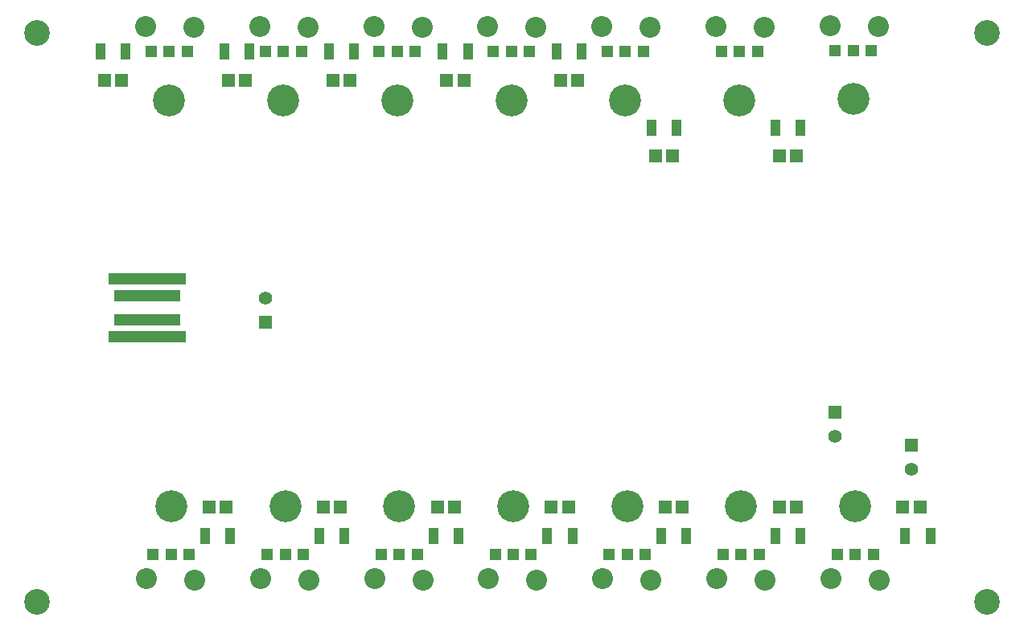
<source format=gbs>
G04*
G04 #@! TF.GenerationSoftware,Altium Limited,Altium Designer,20.2.6 (244)*
G04*
G04 Layer_Color=16711935*
%FSLAX25Y25*%
%MOIN*%
G70*
G04*
G04 #@! TF.SameCoordinates,EAF40AD8-45E7-421E-9E40-196F19150C0C*
G04*
G04*
G04 #@! TF.FilePolarity,Negative*
G04*
G01*
G75*
%ADD17R,0.05524X0.05524*%
%ADD18C,0.05524*%
%ADD19C,0.08674*%
%ADD20R,0.04737X0.04737*%
%ADD21C,0.13202*%
%ADD22C,0.10642*%
%ADD31R,0.05500X0.05800*%
%ADD33R,0.27600X0.04900*%
%ADD34R,0.04343X0.06902*%
%ADD35R,0.32300X0.05100*%
D17*
X468504Y216535D02*
D03*
X232283Y253780D02*
D03*
X500000Y202913D02*
D03*
D18*
X468504Y206535D02*
D03*
X232283Y263779D02*
D03*
X500000Y192913D02*
D03*
D19*
X438976Y376142D02*
D03*
X418976Y376673D02*
D03*
X230000D02*
D03*
X250000Y376142D02*
D03*
X486535Y146949D02*
D03*
X466535Y147480D02*
D03*
X182756Y376673D02*
D03*
X202756Y376142D02*
D03*
X183071Y147480D02*
D03*
X203071Y146949D02*
D03*
X250315D02*
D03*
X230315Y147480D02*
D03*
X277559D02*
D03*
X297559Y146949D02*
D03*
X324803Y147480D02*
D03*
X344803Y146949D02*
D03*
X372047Y147480D02*
D03*
X392047Y146949D02*
D03*
X419291Y147480D02*
D03*
X439291Y146949D02*
D03*
X297244Y376142D02*
D03*
X277244Y376673D02*
D03*
X344488Y376142D02*
D03*
X324488Y376673D02*
D03*
X371732D02*
D03*
X391732Y376142D02*
D03*
X466221Y377067D02*
D03*
X486221Y376535D02*
D03*
D20*
X428740Y366142D02*
D03*
X436221D02*
D03*
X421260D02*
D03*
X239764D02*
D03*
X247244D02*
D03*
X232283D02*
D03*
X476772Y157480D02*
D03*
X469291D02*
D03*
X484252D02*
D03*
X200000Y366142D02*
D03*
X192520D02*
D03*
X185039D02*
D03*
X437008Y157480D02*
D03*
X422047D02*
D03*
X389764D02*
D03*
X374803D02*
D03*
X342520D02*
D03*
X327559D02*
D03*
X295276D02*
D03*
X280315D02*
D03*
X248031D02*
D03*
X233071D02*
D03*
X200787D02*
D03*
X185827D02*
D03*
X468504Y366535D02*
D03*
X483465D02*
D03*
X374016Y366142D02*
D03*
X388976D02*
D03*
X326772D02*
D03*
X341732D02*
D03*
X279528D02*
D03*
X294488D02*
D03*
X193307Y157480D02*
D03*
X240551D02*
D03*
X287795D02*
D03*
X335039D02*
D03*
X382283D02*
D03*
X429528D02*
D03*
X287008Y366142D02*
D03*
X334252D02*
D03*
X381496D02*
D03*
X475984Y366535D02*
D03*
D21*
X428740Y346063D02*
D03*
X239764D02*
D03*
X476772Y177559D02*
D03*
X192520Y346063D02*
D03*
X193307Y177559D02*
D03*
X240551D02*
D03*
X287795D02*
D03*
X335039D02*
D03*
X382283D02*
D03*
X429528D02*
D03*
X287008Y346063D02*
D03*
X334252D02*
D03*
X381496D02*
D03*
X475984Y346457D02*
D03*
D22*
X137795Y137795D02*
D03*
X531496D02*
D03*
Y374016D02*
D03*
X137795D02*
D03*
D31*
X172838Y354331D02*
D03*
X165745D02*
D03*
X496454Y177165D02*
D03*
X503546D02*
D03*
X216145D02*
D03*
X209052D02*
D03*
X216926Y354331D02*
D03*
X224019D02*
D03*
X260233D02*
D03*
X267326D02*
D03*
X307477D02*
D03*
X314570D02*
D03*
X354721D02*
D03*
X361814D02*
D03*
X394091Y322835D02*
D03*
X401184D02*
D03*
X445272D02*
D03*
X452365D02*
D03*
X445272Y177165D02*
D03*
X452365D02*
D03*
X398028D02*
D03*
X405121D02*
D03*
X350784D02*
D03*
X357877D02*
D03*
X303540D02*
D03*
X310633D02*
D03*
X256296D02*
D03*
X263389D02*
D03*
D33*
X183503Y264764D02*
D03*
Y254921D02*
D03*
D34*
X164075Y366142D02*
D03*
X174508D02*
D03*
X443602Y334646D02*
D03*
X454035D02*
D03*
X497441Y165354D02*
D03*
X507874D02*
D03*
X217815Y165354D02*
D03*
X207382D02*
D03*
X225689Y366142D02*
D03*
X215256D02*
D03*
X268996D02*
D03*
X258563D02*
D03*
X316240D02*
D03*
X305807D02*
D03*
X363484D02*
D03*
X353051D02*
D03*
X402854Y334646D02*
D03*
X392421D02*
D03*
X443602Y165354D02*
D03*
X454035D02*
D03*
X396358D02*
D03*
X406791D02*
D03*
X349114D02*
D03*
X359547D02*
D03*
X301870D02*
D03*
X312303D02*
D03*
X254626D02*
D03*
X265059D02*
D03*
D35*
X183503Y247815D02*
D03*
Y271870D02*
D03*
M02*

</source>
